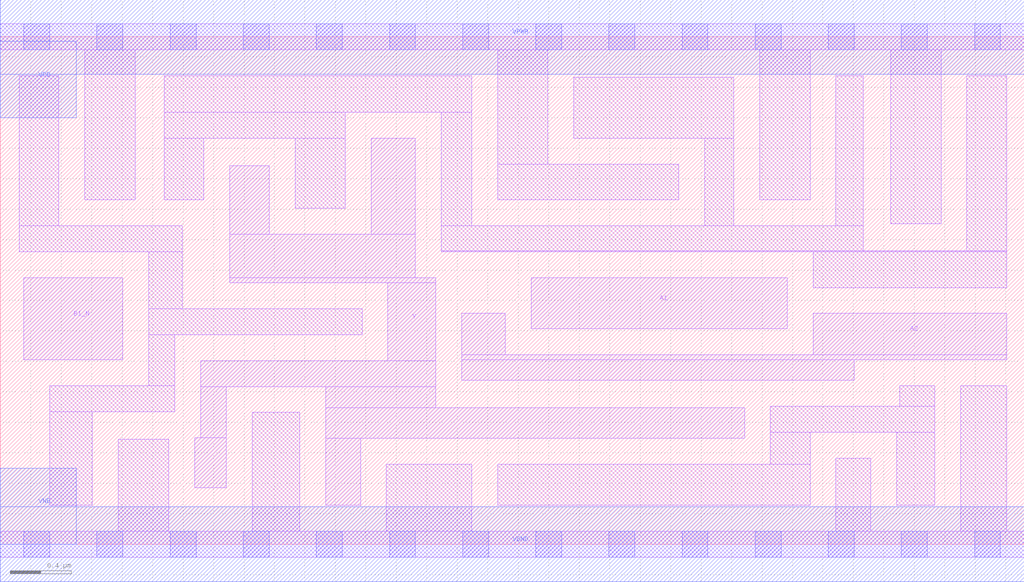
<source format=lef>
# Copyright 2020 The SkyWater PDK Authors
#
# Licensed under the Apache License, Version 2.0 (the "License");
# you may not use this file except in compliance with the License.
# You may obtain a copy of the License at
#
#     https://www.apache.org/licenses/LICENSE-2.0
#
# Unless required by applicable law or agreed to in writing, software
# distributed under the License is distributed on an "AS IS" BASIS,
# WITHOUT WARRANTIES OR CONDITIONS OF ANY KIND, either express or implied.
# See the License for the specific language governing permissions and
# limitations under the License.
#
# SPDX-License-Identifier: Apache-2.0

VERSION 5.5 ;
NAMESCASESENSITIVE ON ;
BUSBITCHARS "[]" ;
DIVIDERCHAR "/" ;
MACRO sky130_fd_sc_lp__a21boi_4
  CLASS CORE ;
  SOURCE USER ;
  ORIGIN  0.000000  0.000000 ;
  SIZE  6.720000 BY  3.330000 ;
  SYMMETRY X Y R90 ;
  SITE unit ;
  PIN A1
    ANTENNAGATEAREA  1.260000 ;
    DIRECTION INPUT ;
    USE SIGNAL ;
    PORT
      LAYER li1 ;
        RECT 3.485000 1.415000 5.165000 1.750000 ;
    END
  END A1
  PIN A2
    ANTENNAGATEAREA  1.260000 ;
    DIRECTION INPUT ;
    USE SIGNAL ;
    PORT
      LAYER li1 ;
        RECT 3.030000 1.075000 5.605000 1.210000 ;
        RECT 3.030000 1.210000 6.605000 1.245000 ;
        RECT 3.030000 1.245000 3.315000 1.515000 ;
        RECT 5.335000 1.245000 6.605000 1.515000 ;
    END
  END A2
  PIN B1_N
    ANTENNAGATEAREA  0.315000 ;
    DIRECTION INPUT ;
    USE SIGNAL ;
    PORT
      LAYER li1 ;
        RECT 0.155000 1.210000 0.805000 1.750000 ;
    END
  END B1_N
  PIN Y
    ANTENNADIFFAREA  1.646400 ;
    DIRECTION OUTPUT ;
    USE SIGNAL ;
    PORT
      LAYER li1 ;
        RECT 1.275000 0.370000 1.485000 0.700000 ;
        RECT 1.315000 0.700000 1.485000 1.035000 ;
        RECT 1.315000 1.035000 2.860000 1.205000 ;
        RECT 1.505000 1.715000 2.860000 1.750000 ;
        RECT 1.505000 1.750000 2.725000 2.035000 ;
        RECT 1.505000 2.035000 1.765000 2.485000 ;
        RECT 2.135000 0.255000 2.365000 0.695000 ;
        RECT 2.135000 0.695000 4.885000 0.895000 ;
        RECT 2.135000 0.895000 2.860000 1.035000 ;
        RECT 2.435000 2.035000 2.725000 2.665000 ;
        RECT 2.545000 1.205000 2.860000 1.715000 ;
    END
  END Y
  PIN VGND
    DIRECTION INOUT ;
    USE GROUND ;
    PORT
      LAYER met1 ;
        RECT 0.000000 -0.245000 6.720000 0.245000 ;
    END
  END VGND
  PIN VNB
    DIRECTION INOUT ;
    USE GROUND ;
    PORT
      LAYER met1 ;
        RECT 0.000000 0.000000 0.500000 0.500000 ;
    END
  END VNB
  PIN VPB
    DIRECTION INOUT ;
    USE POWER ;
    PORT
      LAYER met1 ;
        RECT 0.000000 2.800000 0.500000 3.300000 ;
    END
  END VPB
  PIN VPWR
    DIRECTION INOUT ;
    USE POWER ;
    PORT
      LAYER met1 ;
        RECT 0.000000 3.085000 6.720000 3.575000 ;
    END
  END VPWR
  OBS
    LAYER li1 ;
      RECT 0.000000 -0.085000 6.720000 0.085000 ;
      RECT 0.000000  3.245000 6.720000 3.415000 ;
      RECT 0.125000  1.920000 1.195000 2.090000 ;
      RECT 0.125000  2.090000 0.385000 3.075000 ;
      RECT 0.325000  0.255000 0.605000 0.870000 ;
      RECT 0.325000  0.870000 1.145000 1.040000 ;
      RECT 0.555000  2.260000 0.885000 3.245000 ;
      RECT 0.775000  0.085000 1.105000 0.690000 ;
      RECT 0.975000  1.040000 1.145000 1.375000 ;
      RECT 0.975000  1.375000 2.375000 1.545000 ;
      RECT 0.975000  1.545000 1.195000 1.920000 ;
      RECT 1.075000  2.260000 1.335000 2.665000 ;
      RECT 1.075000  2.665000 2.265000 2.835000 ;
      RECT 1.075000  2.835000 3.095000 3.075000 ;
      RECT 1.655000  0.085000 1.965000 0.865000 ;
      RECT 1.935000  2.205000 2.265000 2.665000 ;
      RECT 2.535000  0.085000 3.095000 0.525000 ;
      RECT 2.895000  1.920000 6.605000 1.925000 ;
      RECT 2.895000  1.925000 5.665000 2.090000 ;
      RECT 2.895000  2.090000 3.095000 2.835000 ;
      RECT 3.265000  0.255000 5.315000 0.525000 ;
      RECT 3.265000  2.260000 4.455000 2.495000 ;
      RECT 3.265000  2.495000 3.595000 3.245000 ;
      RECT 3.765000  2.665000 4.815000 3.065000 ;
      RECT 4.625000  2.090000 4.815000 2.665000 ;
      RECT 4.985000  2.260000 5.315000 3.245000 ;
      RECT 5.055000  0.525000 5.315000 0.735000 ;
      RECT 5.055000  0.735000 6.135000 0.905000 ;
      RECT 5.335000  1.685000 6.605000 1.920000 ;
      RECT 5.485000  0.085000 5.715000 0.565000 ;
      RECT 5.485000  2.090000 5.665000 3.075000 ;
      RECT 5.845000  2.105000 6.175000 3.245000 ;
      RECT 5.885000  0.255000 6.135000 0.735000 ;
      RECT 5.905000  0.905000 6.135000 1.040000 ;
      RECT 6.305000  0.085000 6.605000 1.040000 ;
      RECT 6.345000  1.925000 6.605000 3.075000 ;
    LAYER mcon ;
      RECT 0.155000 -0.085000 0.325000 0.085000 ;
      RECT 0.155000  3.245000 0.325000 3.415000 ;
      RECT 0.635000 -0.085000 0.805000 0.085000 ;
      RECT 0.635000  3.245000 0.805000 3.415000 ;
      RECT 1.115000 -0.085000 1.285000 0.085000 ;
      RECT 1.115000  3.245000 1.285000 3.415000 ;
      RECT 1.595000 -0.085000 1.765000 0.085000 ;
      RECT 1.595000  3.245000 1.765000 3.415000 ;
      RECT 2.075000 -0.085000 2.245000 0.085000 ;
      RECT 2.075000  3.245000 2.245000 3.415000 ;
      RECT 2.555000 -0.085000 2.725000 0.085000 ;
      RECT 2.555000  3.245000 2.725000 3.415000 ;
      RECT 3.035000 -0.085000 3.205000 0.085000 ;
      RECT 3.035000  3.245000 3.205000 3.415000 ;
      RECT 3.515000 -0.085000 3.685000 0.085000 ;
      RECT 3.515000  3.245000 3.685000 3.415000 ;
      RECT 3.995000 -0.085000 4.165000 0.085000 ;
      RECT 3.995000  3.245000 4.165000 3.415000 ;
      RECT 4.475000 -0.085000 4.645000 0.085000 ;
      RECT 4.475000  3.245000 4.645000 3.415000 ;
      RECT 4.955000 -0.085000 5.125000 0.085000 ;
      RECT 4.955000  3.245000 5.125000 3.415000 ;
      RECT 5.435000 -0.085000 5.605000 0.085000 ;
      RECT 5.435000  3.245000 5.605000 3.415000 ;
      RECT 5.915000 -0.085000 6.085000 0.085000 ;
      RECT 5.915000  3.245000 6.085000 3.415000 ;
      RECT 6.395000 -0.085000 6.565000 0.085000 ;
      RECT 6.395000  3.245000 6.565000 3.415000 ;
  END
END sky130_fd_sc_lp__a21boi_4
END LIBRARY

</source>
